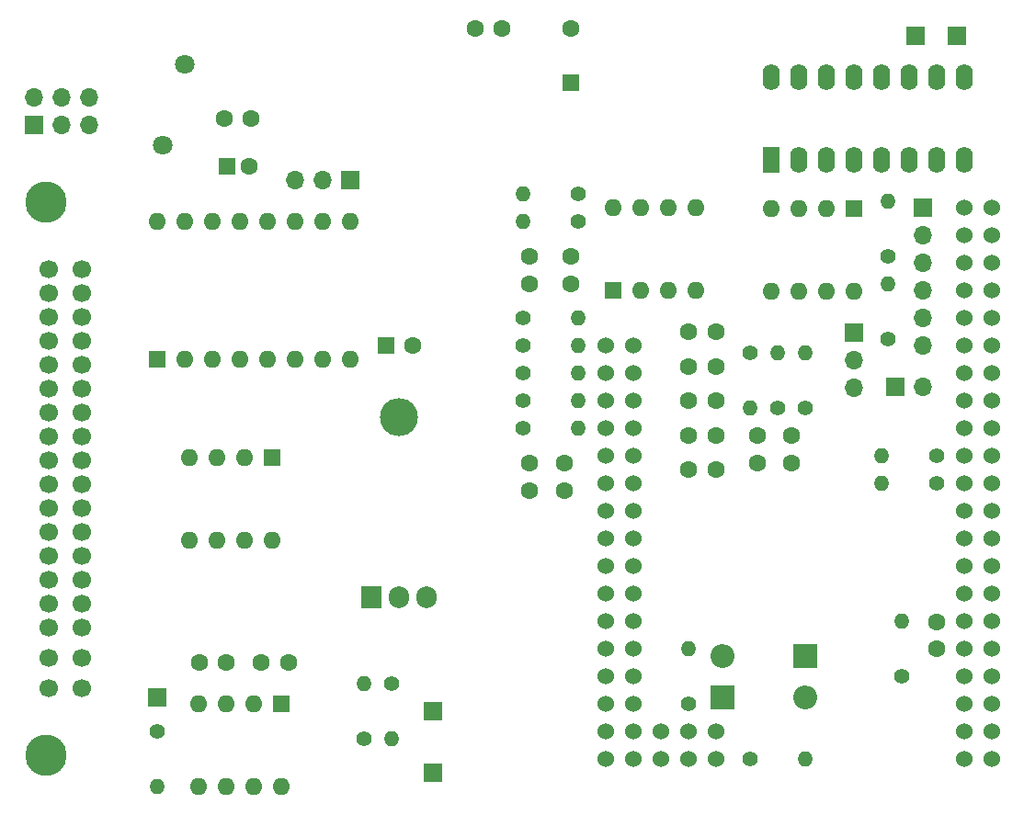
<source format=gbs>
G04 #@! TF.GenerationSoftware,KiCad,Pcbnew,(6.0.1)*
G04 #@! TF.CreationDate,2022-02-28T18:52:36-05:00*
G04 #@! TF.ProjectId,klxecu,6b6c7865-6375-42e6-9b69-6361645f7063,rev?*
G04 #@! TF.SameCoordinates,Original*
G04 #@! TF.FileFunction,Soldermask,Bot*
G04 #@! TF.FilePolarity,Negative*
%FSLAX46Y46*%
G04 Gerber Fmt 4.6, Leading zero omitted, Abs format (unit mm)*
G04 Created by KiCad (PCBNEW (6.0.1)) date 2022-02-28 18:52:36*
%MOMM*%
%LPD*%
G01*
G04 APERTURE LIST*
%ADD10R,1.700000X1.700000*%
%ADD11C,1.524000*%
%ADD12R,1.600000X2.400000*%
%ADD13O,1.600000X2.400000*%
%ADD14C,1.400000*%
%ADD15O,1.400000X1.400000*%
%ADD16R,1.600000X1.600000*%
%ADD17O,1.600000X1.600000*%
%ADD18C,3.800000*%
%ADD19C,1.700000*%
%ADD20C,1.800000*%
%ADD21O,3.500000X3.500000*%
%ADD22R,1.905000X2.000000*%
%ADD23O,1.905000X2.000000*%
%ADD24O,1.700000X1.700000*%
%ADD25R,2.200000X2.200000*%
%ADD26O,2.200000X2.200000*%
%ADD27C,1.600000*%
G04 APERTURE END LIST*
D10*
X125095000Y-40640000D03*
X128905000Y-40640000D03*
D11*
X132080000Y-64135000D03*
X129540000Y-64135000D03*
X132080000Y-61595000D03*
X129540000Y-61595000D03*
X96520000Y-69215000D03*
X99060000Y-69215000D03*
X96520000Y-71755000D03*
X99060000Y-71755000D03*
X96520000Y-74295000D03*
X99060000Y-74295000D03*
X96520000Y-76835000D03*
X99060000Y-76835000D03*
X96520000Y-79375000D03*
X99060000Y-79375000D03*
X96520000Y-81915000D03*
X99060000Y-81915000D03*
X96520000Y-84455000D03*
X99060000Y-84455000D03*
X96520000Y-86995000D03*
X99060000Y-86995000D03*
X129540000Y-66675000D03*
X129540000Y-71755000D03*
X132080000Y-71755000D03*
X129540000Y-74295000D03*
X132080000Y-74295000D03*
X129540000Y-76835000D03*
X132080000Y-76835000D03*
X129540000Y-79375000D03*
X132080000Y-79375000D03*
X129540000Y-81915000D03*
X132080000Y-81915000D03*
X129540000Y-84455000D03*
X132080000Y-84455000D03*
X129540000Y-86995000D03*
X132080000Y-86995000D03*
X129540000Y-89535000D03*
X132080000Y-89535000D03*
X129540000Y-92075000D03*
X132080000Y-92075000D03*
X129540000Y-94615000D03*
X132080000Y-94615000D03*
X129540000Y-97155000D03*
X132080000Y-97155000D03*
X129540000Y-99695000D03*
X132080000Y-99695000D03*
X129540000Y-102235000D03*
X132080000Y-102235000D03*
X129540000Y-104775000D03*
X132080000Y-104775000D03*
X129540000Y-107315000D03*
X132080000Y-107315000D03*
X96520000Y-89535000D03*
X99060000Y-89535000D03*
X96520000Y-92075000D03*
X99060000Y-92075000D03*
X96520000Y-94615000D03*
X99060000Y-94615000D03*
X96520000Y-97155000D03*
X99060000Y-97155000D03*
X96520000Y-99695000D03*
X99060000Y-99695000D03*
X96520000Y-102235000D03*
X99060000Y-102235000D03*
X96520000Y-104775000D03*
X99060000Y-104775000D03*
X96520000Y-107315000D03*
X99060000Y-107315000D03*
X101600000Y-107315000D03*
X101600000Y-104775000D03*
X104140000Y-107315000D03*
X104140000Y-104775000D03*
X106680000Y-107315000D03*
X106680000Y-104775000D03*
X129540000Y-59055000D03*
X132080000Y-59055000D03*
X132080000Y-66675000D03*
X129540000Y-69215000D03*
X132080000Y-69215000D03*
X132080000Y-56515000D03*
X129540000Y-56515000D03*
D12*
X111775000Y-52085000D03*
D13*
X114315000Y-52085000D03*
X116855000Y-52085000D03*
X119395000Y-52085000D03*
X121935000Y-52085000D03*
X124475000Y-52085000D03*
X127015000Y-52085000D03*
X129555000Y-52085000D03*
X129555000Y-44465000D03*
X127015000Y-44465000D03*
X124475000Y-44465000D03*
X121935000Y-44465000D03*
X119395000Y-44465000D03*
X116855000Y-44465000D03*
X114315000Y-44465000D03*
X111775000Y-44465000D03*
D14*
X104140000Y-102235000D03*
D15*
X104140000Y-97155000D03*
D16*
X66675000Y-102235000D03*
D17*
X64135000Y-102235000D03*
X61595000Y-102235000D03*
X59055000Y-102235000D03*
X59055000Y-109855000D03*
X61595000Y-109855000D03*
X64135000Y-109855000D03*
X66675000Y-109855000D03*
D18*
X44960000Y-55940000D03*
X44960000Y-106940000D03*
D19*
X48260000Y-62140000D03*
X48260000Y-64340000D03*
X48260000Y-66540000D03*
X48260000Y-68740000D03*
X48260000Y-70940000D03*
X48260000Y-73140000D03*
X48260000Y-75340000D03*
X48260000Y-77540000D03*
X48260000Y-79740000D03*
X48260000Y-81940000D03*
X48260000Y-84140000D03*
X48260000Y-86340000D03*
X48260000Y-88540000D03*
X48260000Y-90740000D03*
X48260000Y-92940000D03*
X48260000Y-95140000D03*
X48260000Y-97940000D03*
X48260000Y-100740000D03*
X45260000Y-62140000D03*
X45260000Y-64340000D03*
X45260000Y-66540000D03*
X45260000Y-68740000D03*
X45260000Y-70940000D03*
X45260000Y-73140000D03*
X45260000Y-75340000D03*
X45260000Y-77540000D03*
X45260000Y-79740000D03*
X45260000Y-81940000D03*
X45260000Y-84140000D03*
X45260000Y-86340000D03*
X45260000Y-88540000D03*
X45260000Y-90740000D03*
X45260000Y-92940000D03*
X45260000Y-95140000D03*
X45260000Y-97940000D03*
X45260000Y-100740000D03*
D20*
X55755000Y-50740000D03*
X57755000Y-43240000D03*
D14*
X109855000Y-107315000D03*
D15*
X114935000Y-107315000D03*
X55245000Y-109855000D03*
D14*
X55245000Y-104775000D03*
X74295000Y-105410000D03*
D15*
X74295000Y-100330000D03*
D14*
X76835000Y-100330000D03*
D15*
X76835000Y-105410000D03*
X121920000Y-81915000D03*
D14*
X127000000Y-81915000D03*
X127000000Y-79375000D03*
D15*
X121920000Y-79375000D03*
D14*
X123825000Y-99695000D03*
D15*
X123825000Y-94615000D03*
D14*
X88900000Y-76835000D03*
D15*
X93980000Y-76835000D03*
D14*
X88900000Y-66675000D03*
D15*
X93980000Y-66675000D03*
D14*
X88900000Y-71755000D03*
D15*
X93980000Y-71755000D03*
D14*
X93980000Y-57785000D03*
D15*
X88900000Y-57785000D03*
D14*
X109855000Y-69850000D03*
D15*
X109855000Y-74930000D03*
D14*
X88900000Y-74295000D03*
D15*
X93980000Y-74295000D03*
D14*
X88900000Y-69215000D03*
D15*
X93980000Y-69215000D03*
X112395000Y-69850000D03*
D14*
X112395000Y-74930000D03*
D15*
X114935000Y-69850000D03*
D14*
X114935000Y-74930000D03*
X93980000Y-55245000D03*
D15*
X88900000Y-55245000D03*
D14*
X122555000Y-68580000D03*
D15*
X122555000Y-63500000D03*
D14*
X122555000Y-60960000D03*
D15*
X122555000Y-55880000D03*
D21*
X77470000Y-75755000D03*
D22*
X74930000Y-92415000D03*
D23*
X77470000Y-92415000D03*
X80010000Y-92415000D03*
D10*
X123185000Y-73025000D03*
D24*
X125725000Y-73025000D03*
D10*
X73025000Y-53975000D03*
D24*
X70485000Y-53975000D03*
X67945000Y-53975000D03*
D10*
X119380000Y-67960000D03*
D24*
X119380000Y-70500000D03*
X119380000Y-73040000D03*
D10*
X80645000Y-108585000D03*
X55245000Y-101600000D03*
X80645000Y-102870000D03*
D16*
X65760000Y-79515000D03*
D17*
X63220000Y-79515000D03*
X60680000Y-79515000D03*
X58140000Y-79515000D03*
X58140000Y-87135000D03*
X60680000Y-87135000D03*
X63220000Y-87135000D03*
X65760000Y-87135000D03*
D16*
X119370000Y-56525000D03*
D17*
X116830000Y-56525000D03*
X114290000Y-56525000D03*
X111750000Y-56525000D03*
X111750000Y-64145000D03*
X114290000Y-64145000D03*
X116830000Y-64145000D03*
X119370000Y-64145000D03*
D10*
X125730000Y-56515000D03*
D24*
X125730000Y-59055000D03*
X125730000Y-61595000D03*
X125730000Y-64135000D03*
X125730000Y-66675000D03*
X125730000Y-69215000D03*
D10*
X43830000Y-48900000D03*
D24*
X43830000Y-46360000D03*
X46370000Y-48900000D03*
X46370000Y-46360000D03*
X48910000Y-48900000D03*
X48910000Y-46360000D03*
D16*
X97165000Y-64125000D03*
D17*
X99705000Y-64125000D03*
X102245000Y-64125000D03*
X104785000Y-64125000D03*
X104785000Y-56505000D03*
X102245000Y-56505000D03*
X99705000Y-56505000D03*
X97165000Y-56505000D03*
D25*
X107315000Y-101600000D03*
D26*
X114935000Y-101600000D03*
D25*
X114935000Y-97790000D03*
D26*
X107315000Y-97790000D03*
D16*
X76264888Y-69215000D03*
D27*
X78764888Y-69215000D03*
X61565000Y-98415000D03*
X59065000Y-98415000D03*
X67300000Y-98415000D03*
X64800000Y-98415000D03*
X127000000Y-94655000D03*
X127000000Y-97155000D03*
X104160000Y-80645000D03*
X106660000Y-80645000D03*
X104180000Y-67945000D03*
X106680000Y-67945000D03*
X104160000Y-74295000D03*
X106660000Y-74295000D03*
X89535000Y-80030000D03*
X89535000Y-82530000D03*
X89535000Y-61000000D03*
X89535000Y-63500000D03*
X110490000Y-79990000D03*
X110490000Y-77490000D03*
X104160000Y-77470000D03*
X106660000Y-77470000D03*
X104160000Y-71120000D03*
X106660000Y-71120000D03*
X113665000Y-77490000D03*
X113665000Y-79990000D03*
X92710000Y-80030000D03*
X92710000Y-82530000D03*
X93345000Y-63480000D03*
X93345000Y-60980000D03*
D16*
X93345000Y-44947651D03*
D27*
X93345000Y-39947651D03*
X86975000Y-40005000D03*
X84475000Y-40005000D03*
X61385000Y-48260000D03*
X63885000Y-48260000D03*
D16*
X61679888Y-52705000D03*
D27*
X63679888Y-52705000D03*
D16*
X55245000Y-70475000D03*
D17*
X57785000Y-70475000D03*
X60325000Y-70475000D03*
X62865000Y-70475000D03*
X65405000Y-70475000D03*
X67945000Y-70475000D03*
X70485000Y-70475000D03*
X73025000Y-70475000D03*
X73025000Y-57775000D03*
X70485000Y-57775000D03*
X67945000Y-57775000D03*
X65405000Y-57775000D03*
X62865000Y-57775000D03*
X60325000Y-57775000D03*
X57785000Y-57775000D03*
X55245000Y-57775000D03*
M02*

</source>
